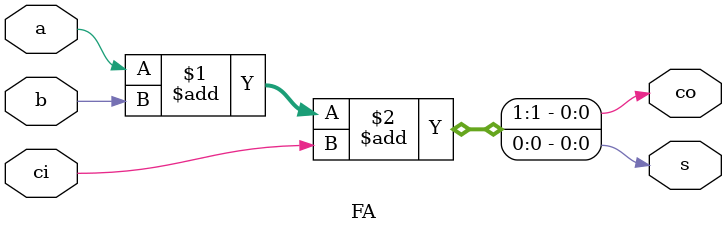
<source format=v>
module FA(input a, b, ci, output s, co);
assign {co, s} = a + b + ci;
endmodule 
</source>
